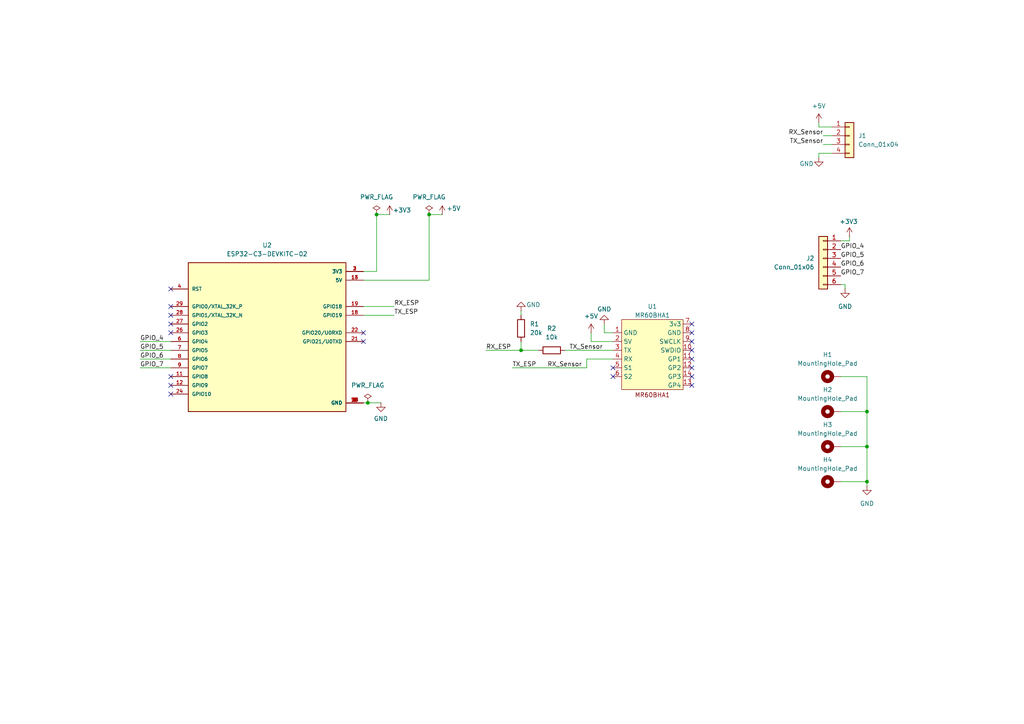
<source format=kicad_sch>
(kicad_sch (version 20231120) (generator "eeschema") (generator_version "8.0")
  (paper "A4")
  (title_block (title "Plano 1 Esquemático del Sistema") (date "2024-04-15") (rev "0.1.1.") (company "Departamento de Tecnología Electrónica. Universidad de Málaga.") (comment 1 "Carlos Madrid Espinosa") (comment 2 "integrado en un robot asistencial.") (comment 3 "Diseño de un sistema electrónico de evaluación biométrica no invasivo ") (comment 4 "ESP32C3 devkitC v2.0. - MR60BHA1"))
  (lib_symbols
    (symbol "Connector_Generic:Conn_01x04" (pin_names (offset 1.016) hide)
      (property "Reference" "J" (at 0 5.08 0))
      (property "Value" "Conn_01x04" (at 0 -7.62 0))
      (symbol "Conn_01x04_1_1"
        (rectangle (start -1.27 -4.953) (end 0 -5.207) (stroke (width 0.1524)))
        (rectangle (start -1.27 -2.413) (end 0 -2.667) (stroke (width 0.1524)))
        (rectangle (start -1.27 0.127) (end 0 -0.127) (stroke (width 0.1524)))
        (rectangle (start -1.27 2.667) (end 0 2.413) (stroke (width 0.1524)))
        (rectangle (start -1.27 3.81) (end 1.27 -6.35) (stroke (width 0.254)) (fill (type background)))
        (pin passive line (at -5.08 2.54 0) (length 3.81) (name "Pin_1") (number "1"))
        (pin passive line (at -5.08 0 0) (length 3.81) (name "Pin_2") (number "2"))
        (pin passive line (at -5.08 -2.54 0) (length 3.81) (name "Pin_3") (number "3"))
        (pin passive line (at -5.08 -5.08 0) (length 3.81) (name "Pin_4") (number "4"))
      )
    )
    (symbol "Connector_Generic:Conn_01x06" (pin_names (offset 1.016) hide)
      (property "Reference" "J" (at 0 7.62 0))
      (property "Value" "Conn_01x06" (at 0 -10.16 0))
      (symbol "Conn_01x06_1_1"
        (rectangle (start -1.27 -7.493) (end 0 -7.747) (stroke (width 0.1524)))
        (rectangle (start -1.27 -4.953) (end 0 -5.207) (stroke (width 0.1524)))
        (rectangle (start -1.27 -2.413) (end 0 -2.667) (stroke (width 0.1524)))
        (rectangle (start -1.27 0.127) (end 0 -0.127) (stroke (width 0.1524)))
        (rectangle (start -1.27 2.667) (end 0 2.413) (stroke (width 0.1524)))
        (rectangle (start -1.27 5.207) (end 0 4.953) (stroke (width 0.1524)))
        (rectangle (start -1.27 6.35) (end 1.27 -8.89) (stroke (width 0.254)) (fill (type background)))
        (pin passive line (at -5.08 5.08 0) (length 3.81) (name "Pin_1") (number "1"))
        (pin passive line (at -5.08 2.54 0) (length 3.81) (name "Pin_2") (number "2"))
        (pin passive line (at -5.08 0 0) (length 3.81) (name "Pin_3") (number "3"))
        (pin passive line (at -5.08 -2.54 0) (length 3.81) (name "Pin_4") (number "4"))
        (pin passive line (at -5.08 -5.08 0) (length 3.81) (name "Pin_5") (number "5"))
        (pin passive line (at -5.08 -7.62 0) (length 3.81) (name "Pin_6") (number "6"))
      )
    )
    (symbol "Device:R" (pin_numbers hide) (pin_names (offset 0))
      (property "Reference" "R" (at 2.032 0 90))
      (property "Value" "R" (at 0 0 90))
      (symbol "R_0_1"
        (rectangle (start -1.016 -2.54) (end 1.016 2.54) (stroke (width 0.254)))
      )
      (symbol "R_1_1"
        (pin passive line (at 0 3.81 270) (length 1.27) (name "~") (number "1"))
        (pin passive line (at 0 -3.81 90) (length 1.27) (name "~") (number "2"))
      )
    )
    (symbol "ESP32-C3-DEVKITC-02:ESP32-C3-DEVKITC-02" (pin_names (offset 1.016))
      (property "Reference" "U" (at -22.86 21.209 0))
      (property "Value" "ESP32-C3-DEVKITC-02" (at -22.86 -25.4 0))
      (symbol "ESP32-C3-DEVKITC-02_0_0"
        (rectangle (start -22.86 -22.86) (end 22.86 20.32) (stroke (width 0.254)) (fill (type background)))
        (pin power_in line (at 27.94 -20.32 180) (length 5.08) (name "GND") (number "1"))
        (pin power_in line (at 27.94 -20.32 180) (length 5.08) (name "GND") (number "10"))
        (pin bidirectional line (at -27.94 -12.7 0) (length 5.08) (name "GPIO8") (number "11"))
        (pin bidirectional line (at -27.94 -15.24 0) (length 5.08) (name "GPIO9") (number "12"))
        (pin power_in line (at 27.94 15.24 180) (length 5.08) (name "5V") (number "13"))
        (pin power_in line (at 27.94 15.24 180) (length 5.08) (name "5V") (number "14"))
        (pin power_in line (at 27.94 -20.32 180) (length 5.08) (name "GND") (number "15"))
        (pin power_in line (at 27.94 -20.32 180) (length 5.08) (name "GND") (number "16"))
        (pin power_in line (at 27.94 -20.32 180) (length 5.08) (name "GND") (number "17"))
        (pin bidirectional line (at 27.94 5.08 180) (length 5.08) (name "GPIO19") (number "18"))
        (pin bidirectional line (at 27.94 7.62 180) (length 5.08) (name "GPIO18") (number "19"))
        (pin power_in line (at 27.94 17.78 180) (length 5.08) (name "3V3") (number "2"))
        (pin power_in line (at 27.94 -20.32 180) (length 5.08) (name "GND") (number "20"))
        (pin bidirectional line (at 27.94 -2.54 180) (length 5.08) (name "GPIO21/U0TXD") (number "21"))
        (pin bidirectional line (at 27.94 0 180) (length 5.08) (name "GPIO20/U0RXD") (number "22"))
        (pin power_in line (at 27.94 -20.32 180) (length 5.08) (name "GND") (number "23"))
        (pin bidirectional line (at -27.94 -17.78 0) (length 5.08) (name "GPIO10") (number "24"))
        (pin power_in line (at 27.94 -20.32 180) (length 5.08) (name "GND") (number "25"))
        (pin bidirectional line (at -27.94 0 0) (length 5.08) (name "GPIO3") (number "26"))
        (pin bidirectional line (at -27.94 2.54 0) (length 5.08) (name "GPIO2") (number "27"))
        (pin bidirectional line (at -27.94 5.08 0) (length 5.08) (name "GPIO1/XTAL_32K_N") (number "28"))
        (pin bidirectional line (at -27.94 7.62 0) (length 5.08) (name "GPIO0/XTAL_32K_P") (number "29"))
        (pin power_in line (at 27.94 17.78 180) (length 5.08) (name "3V3") (number "3"))
        (pin power_in line (at 27.94 -20.32 180) (length 5.08) (name "GND") (number "30"))
        (pin input line (at -27.94 12.7 0) (length 5.08) (name "RST") (number "4"))
        (pin power_in line (at 27.94 -20.32 180) (length 5.08) (name "GND") (number "5"))
        (pin bidirectional line (at -27.94 -2.54 0) (length 5.08) (name "GPIO4") (number "6"))
        (pin bidirectional line (at -27.94 -5.08 0) (length 5.08) (name "GPIO5") (number "7"))
        (pin bidirectional line (at -27.94 -7.62 0) (length 5.08) (name "GPIO6") (number "8"))
        (pin bidirectional line (at -27.94 -10.16 0) (length 5.08) (name "GPIO7") (number "9"))
      )
    )
    (symbol "MR60BHA1:MR60BHA1"
      (property "Reference" "U" (at 0 11.43 0))
      (symbol "MR60BHA1_1_1"
        (rectangle (start -8.89 10.16) (end 8.89 -10.16) (fill (type background)))
        (text "MR60BHA1" (at 0 -11.684 0) (effects (font (size 1.27 1.27))))
        (pin power_in line (at -11.43 6.35 0) (length 2.54) (name "GND") (number "1"))
        (pin bidirectional line (at 11.43 1.27 180) (length 2.54) (name "SWDIO") (number "10"))
        (pin bidirectional line (at 11.43 -1.27 180) (length 2.54) (name "GP1") (number "11"))
        (pin bidirectional line (at 11.43 -3.81 180) (length 2.54) (name "GP2") (number "12"))
        (pin bidirectional line (at 11.43 -8.89 180) (length 2.54) (name "GP4") (number "13"))
        (pin bidirectional line (at 11.43 -6.35 180) (length 2.54) (name "GP3") (number "14"))
        (pin power_in line (at -11.43 3.81 0) (length 2.54) (name "5V") (number "2"))
        (pin output line (at -11.43 1.27 0) (length 2.54) (name "TX") (number "3"))
        (pin input line (at -11.43 -1.27 0) (length 2.54) (name "RX") (number "4"))
        (pin bidirectional line (at -11.43 -3.81 0) (length 2.54) (name "S1") (number "5"))
        (pin bidirectional line (at -11.43 -6.35 0) (length 2.54) (name "S2") (number "6"))
        (pin power_in line (at 11.43 8.89 180) (length 2.54) (name "3v3") (number "7"))
        (pin power_in line (at 11.43 6.35 180) (length 2.54) (name "GND") (number "8"))
        (pin bidirectional line (at 11.43 3.81 180) (length 2.54) (name "SWCLK") (number "9"))
      )
    )
    (symbol "Mechanical:MountingHole_Pad" (pin_numbers hide) (pin_names (offset 1.016) hide) (exclude_from_sim yes) (in_bom no)
      (property "Reference" "H" (at 0 6.35 0))
      (property "Value" "MountingHole_Pad" (at 0 4.445 0))
      (symbol "MountingHole_Pad_0_1"
        (circle (center 0 1.27) (radius 1.27) (stroke (width 1.27)))
      )
      (symbol "MountingHole_Pad_1_1"
        (pin input line (at 0 -2.54 90) (length 2.54) (name "1") (number "1"))
      )
    )
    (symbol "power:+3V3" (power) (pin_numbers hide) (pin_names (offset 0) hide)
      (property "Value" "+3V3" (at 0 3.556 0))
      (symbol "+3V3_0_1"
        (polyline (pts (xy -0.762 1.27) (xy 0 2.54)))
        (polyline (pts (xy 0 0) (xy 0 2.54)))
        (polyline (pts (xy 0 2.54) (xy 0.762 1.27)))
      )
      (symbol "+3V3_1_1"
        (pin power_in line (at 0 0 90) (length 0) (name "~") (number "1"))
      )
    )
    (symbol "power:+5V" (power) (pin_numbers hide) (pin_names (offset 0) hide)
      (property "Value" "+5V" (at 0 3.556 0))
      (symbol "+5V_0_1"
        (polyline (pts (xy -0.762 1.27) (xy 0 2.54)))
        (polyline (pts (xy 0 0) (xy 0 2.54)))
        (polyline (pts (xy 0 2.54) (xy 0.762 1.27)))
      )
      (symbol "+5V_1_1"
        (pin power_in line (at 0 0 90) (length 0) (name "~") (number "1"))
      )
    )
    (symbol "power:GND" (power) (pin_numbers hide) (pin_names (offset 0) hide)
      (property "Value" "GND" (at 0 -3.81 0))
      (symbol "GND_0_1"
        (polyline (pts (xy 0 0) (xy 0 -1.27) (xy 1.27 -1.27) (xy 0 -2.54) (xy -1.27 -1.27) (xy 0 -1.27)))
      )
      (symbol "GND_1_1"
        (pin power_in line (at 0 0 270) (length 0) (name "~") (number "1"))
      )
    )
    (symbol "power:PWR_FLAG" (power) (pin_numbers hide) (pin_names (offset 0) hide)
      (property "Value" "PWR_FLAG" (at 0 3.81 0))
      (symbol "PWR_FLAG_0_0"
        (pin power_out line (at 0 0 90) (length 0) (name "~") (number "1"))
      )
      (symbol "PWR_FLAG_0_1"
        (polyline (pts (xy 0 0) (xy 0 1.27) (xy -1.016 1.905) (xy 0 2.54) (xy 1.016 1.905) (xy 0 1.27)))
      )
    )
  )
  (junction (at 251.46 129.54))
  (junction (at 109.22 62.23))
  (junction (at 251.46 119.38))
  (junction (at 251.46 139.7))
  (junction (at 124.46 62.23))
  (junction (at 151.13 101.6))
  (junction (at 106.68 116.84))
  (no_connect (at 49.53 93.98))
  (no_connect (at 177.8 106.68))
  (no_connect (at 49.53 109.22))
  (no_connect (at 200.66 93.98))
  (no_connect (at 49.53 111.76))
  (no_connect (at 200.66 96.52))
  (no_connect (at 200.66 104.14))
  (no_connect (at 200.66 111.76))
  (no_connect (at 200.66 106.68))
  (no_connect (at 105.41 96.52))
  (no_connect (at 105.41 99.06))
  (no_connect (at 49.53 114.3))
  (no_connect (at 177.8 109.22))
  (no_connect (at 49.53 91.44))
  (no_connect (at 49.53 96.52))
  (no_connect (at 200.66 101.6))
  (no_connect (at 200.66 109.22))
  (no_connect (at 49.53 88.9))
  (no_connect (at 49.53 83.82))
  (no_connect (at 200.66 99.06))
  (wire (pts (xy 151.13 99.06) (xy 151.13 101.6)))
  (wire (pts (xy 251.46 129.54) (xy 251.46 139.7)))
  (wire (pts (xy 40.64 104.14) (xy 49.53 104.14)))
  (wire (pts (xy 40.64 101.6) (xy 49.53 101.6)))
  (wire (pts (xy 245.11 82.55) (xy 245.11 83.82)))
  (wire (pts (xy 124.46 62.23) (xy 128.27 62.23)))
  (wire (pts (xy 171.45 99.06) (xy 171.45 96.52)))
  (wire (pts (xy 243.84 129.54) (xy 251.46 129.54)))
  (wire (pts (xy 243.84 109.22) (xy 251.46 109.22)))
  (wire (pts (xy 237.49 44.45) (xy 237.49 45.72)))
  (wire (pts (xy 151.13 101.6) (xy 156.21 101.6)))
  (wire (pts (xy 40.64 106.68) (xy 49.53 106.68)))
  (wire (pts (xy 40.64 99.06) (xy 49.53 99.06)))
  (wire (pts (xy 140.97 101.6) (xy 151.13 101.6)))
  (wire (pts (xy 105.41 116.84) (xy 106.68 116.84)))
  (wire (pts (xy 246.38 68.58) (xy 246.38 69.85)))
  (wire (pts (xy 170.18 104.14) (xy 177.8 104.14)))
  (wire (pts (xy 175.26 96.52) (xy 175.26 93.98)))
  (wire (pts (xy 109.22 62.23) (xy 109.22 78.74)))
  (wire (pts (xy 243.84 69.85) (xy 246.38 69.85)))
  (wire (pts (xy 163.83 101.6) (xy 177.8 101.6)))
  (wire (pts (xy 151.13 90.17) (xy 151.13 91.44)))
  (wire (pts (xy 177.8 96.52) (xy 175.26 96.52)))
  (wire (pts (xy 106.68 116.84) (xy 110.49 116.84)))
  (wire (pts (xy 109.22 78.74) (xy 105.41 78.74)))
  (wire (pts (xy 241.3 44.45) (xy 237.49 44.45)))
  (wire (pts (xy 105.41 91.44) (xy 114.3 91.44)))
  (wire (pts (xy 148.59 106.68) (xy 170.18 106.68)))
  (wire (pts (xy 238.76 41.91) (xy 241.3 41.91)))
  (wire (pts (xy 237.49 35.56) (xy 237.49 36.83)))
  (wire (pts (xy 251.46 139.7) (xy 243.84 139.7)))
  (wire (pts (xy 243.84 119.38) (xy 251.46 119.38)))
  (wire (pts (xy 241.3 36.83) (xy 237.49 36.83)))
  (wire (pts (xy 251.46 139.7) (xy 251.46 140.97)))
  (wire (pts (xy 124.46 62.23) (xy 124.46 81.28)))
  (wire (pts (xy 105.41 88.9) (xy 114.3 88.9)))
  (wire (pts (xy 170.18 104.14) (xy 170.18 106.68)))
  (wire (pts (xy 238.76 39.37) (xy 241.3 39.37)))
  (wire (pts (xy 171.45 99.06) (xy 177.8 99.06)))
  (wire (pts (xy 105.41 81.28) (xy 124.46 81.28)))
  (wire (pts (xy 251.46 109.22) (xy 251.46 119.38)))
  (wire (pts (xy 243.84 82.55) (xy 245.11 82.55)))
  (wire (pts (xy 109.22 62.23) (xy 113.03 62.23)))
  (wire (pts (xy 251.46 119.38) (xy 251.46 129.54)))
  (label "GPIO_4" (at 243.84 72.39 0))
  (label "GPIO_5" (at 40.64 101.6 0))
  (label "TX_Sensor" (at 238.76 41.91 180))
  (label "GPIO_6" (at 40.64 104.14 0))
  (label "TX_ESP" (at 148.59 106.68 0))
  (label "GPIO_4" (at 40.64 99.06 0))
  (label "RX_ESP" (at 114.3 88.9 0))
  (label "RX_Sensor" (at 238.76 39.37 180))
  (label "TX_Sensor" (at 165.1 101.6 0))
  (label "TX_ESP" (at 114.3 91.44 0))
  (label "GPIO_6" (at 243.84 77.47 0))
  (label "RX_ESP" (at 140.97 101.6 0))
  (label "GPIO_7" (at 243.84 80.01 0))
  (label "GPIO_5" (at 243.84 74.93 0))
  (label "GPIO_7" (at 40.64 106.68 0))
  (label "RX_Sensor" (at 158.75 106.68 0))
  (symbol (lib_id "Mechanical:MountingHole_Pad") (at 241.3 119.38 90) (unit 1) (exclude_from_sim yes) (in_bom no)
    (property "Reference" "H2" (at 240.03 113.03 90))
    (property "Value" "MountingHole_Pad" (at 240.03 115.57 90))
    (property "Footprint" "MountingHole:MountingHole_2.2mm_M2_Pad_Via" (effects (hide yes)))
    (property "Description" "Mounting Hole with connection" (effects (hide yes)))
  )
  (symbol (lib_id "Mechanical:MountingHole_Pad") (at 241.3 129.54 90) (unit 1) (exclude_from_sim yes) (in_bom no)
    (property "Reference" "H3" (at 240.03 123.19 90))
    (property "Value" "MountingHole_Pad" (at 240.03 125.73 90))
    (property "Footprint" "MountingHole:MountingHole_2.2mm_M2_Pad_Via" (effects (hide yes)))
    (property "Description" "Mounting Hole with connection" (effects (hide yes)))
  )
  (symbol (lib_id "power:+5V") (at 128.27 62.23 0) (unit 1)
    (property "Reference" "#PWR04" (effects (hide yes)))
    (property "Value" "+5V" (at 131.572 60.452 0))
    (property "Description" "Power symbol creates a global label with name \"+5V\"" (effects (hide yes)))
  )
  (symbol (lib_id "power:GND") (at 245.11 83.82 0) (unit 1)
    (property "Reference" "#PWR010" (effects (hide yes)))
    (property "Value" "GND" (at 245.11 88.9 0))
    (property "Description" "Power symbol creates a global label with name \"GND\" , ground" (effects (hide yes)))
  )
  (symbol (lib_id "Connector_Generic:Conn_01x04") (at 246.38 39.37 0) (unit 1)
    (property "Reference" "J1" (at 248.92 39.3699 0) (effects (justify left)))
    (property "Value" "Conn_01x04" (at 248.92 41.9099 0) (effects (justify left)))
    (property "Footprint" "Connector_PinSocket_2.54mm:PinSocket_1x04_P2.54mm_Vertical" (effects (hide yes)))
    (property "Description" "Generic connector, single row, 01x04, script generated (kicad-library-utils/schlib/autogen/connector/)" (effects (hide yes)))
  )
  (symbol (lib_id "power:PWR_FLAG") (at 124.46 62.23 0) (unit 1)
    (property "Reference" "#FLG01" (effects (hide yes)))
    (property "Value" "PWR_FLAG" (at 124.46 57.15 0))
    (property "Description" "Special symbol for telling ERC where power comes from" (effects (hide yes)))
  )
  (symbol (lib_id "Connector_Generic:Conn_01x06") (at 238.76 74.93 0) (mirror y) (unit 1)
    (property "Reference" "J2" (at 236.22 74.9299 0) (effects (justify left)))
    (property "Value" "Conn_01x06" (at 236.22 77.4699 0) (effects (justify left)))
    (property "Footprint" "Connector_PinSocket_2.54mm:PinSocket_1x06_P2.54mm_Vertical" (effects (hide yes)))
    (property "Description" "Generic connector, single row, 01x06, script generated (kicad-library-utils/schlib/autogen/connector/)" (effects (hide yes)))
  )
  (symbol (lib_id "Mechanical:MountingHole_Pad") (at 241.3 109.22 90) (unit 1) (exclude_from_sim yes) (in_bom no)
    (property "Reference" "H1" (at 240.03 102.87 90))
    (property "Value" "MountingHole_Pad" (at 240.03 105.41 90))
    (property "Footprint" "MountingHole:MountingHole_2.2mm_M2_Pad_Via" (effects (hide yes)))
    (property "Description" "Mounting Hole with connection" (effects (hide yes)))
  )
  (symbol (lib_id "power:GND") (at 110.49 116.84 0) (unit 1)
    (property "Reference" "#PWR03" (effects (hide yes)))
    (property "Value" "GND" (at 112.522 121.412 0) (effects (justify right)))
    (property "Description" "Power symbol creates a global label with name \"GND\" , ground" (effects (hide yes)))
  )
  (symbol (lib_id "power:GND") (at 151.13 90.17 180) (unit 1)
    (property "Reference" "#PWR05" (effects (hide yes)))
    (property "Value" "GND" (at 154.686 88.392 0))
    (property "Description" "Power symbol creates a global label with name \"GND\" , ground" (effects (hide yes)))
  )
  (symbol (lib_id "power:+3V3") (at 113.03 62.23 0) (unit 1)
    (property "Reference" "#PWR09" (effects (hide yes)))
    (property "Value" "+3V3" (at 116.586 60.96 0))
    (property "Description" "Power symbol creates a global label with name \"+3V3\"" (effects (hide yes)))
  )
  (symbol (lib_id "ESP32-C3-DEVKITC-02:ESP32-C3-DEVKITC-02") (at 77.47 96.52 0) (unit 1)
    (property "Reference" "U2" (at 77.47 71.12 0))
    (property "Value" "ESP32-C3-DEVKITC-02" (at 77.47 73.66 0))
    (property "Footprint" "ESP32-C3-DEVKITC-02:XCVR_ESP32-C3-DEVKITC-02" (effects (hide yes)))
    (property "DigiKey_Part_Number" "1965-ESP32-C3-DEVKITC-02-ND" (effects (hide yes)))
    (property "SnapEDA_Link" "https://www.snapeda.com/parts/ESP32-C3-DevKitC-02/Espressif+Systems/view-part/?ref=snap" (effects (hide yes)))
    (property "Description_1" "\nDevelopment Boards & Kits - Wireless (Engineering Samples) ESP32-C3 General-Purpose Development Board, embeds ESP32-C3-WROOM-02, 4 MB Flash, with Pin Header\n" (effects (hide yes)))
    (property "Package" "None" (effects (hide yes)))
    (property "Check_prices" "https://www.snapeda.com/parts/ESP32-C3-DevKitC-02/Espressif+Systems/view-part/?ref=eda" (effects (hide yes)))
    (property "STANDARD" "Manufacturer Recommendations" (effects (hide yes)))
    (property "MF" "Espressif Systems" (effects (hide yes)))
    (property "MP" "ESP32-C3-DevKitC-02" (effects (hide yes)))
    (property "MANUFACTURER" "Espressif" (effects (hide yes)))
  )
  (symbol (lib_id "Device:R") (at 151.13 95.25 0) (unit 1)
    (property "Reference" "R1" (at 153.67 93.9799 0) (effects (justify left)))
    (property "Value" "20k" (at 153.67 96.5199 0) (effects (justify left)))
    (property "Footprint" "Resistor_SMD:R_0805_2012Metric_Pad1.20x1.40mm_HandSolder" (effects (hide yes)))
    (property "Description" "Resistor" (effects (hide yes)))
  )
  (symbol (lib_id "Device:R") (at 160.02 101.6 90) (unit 1)
    (property "Reference" "R2" (at 160.02 95.25 90))
    (property "Value" "10k" (at 160.02 97.79 90))
    (property "Footprint" "Resistor_SMD:R_0805_2012Metric_Pad1.20x1.40mm_HandSolder" (effects (hide yes)))
    (property "Description" "Resistor" (effects (hide yes)))
  )
  (symbol (lib_id "MR60BHA1:MR60BHA1") (at 189.23 102.87 0) (unit 1)
    (property "Reference" "U1" (at 189.23 88.9 0))
    (property "Value" "MR60BHA1" (at 189.23 91.44 0))
    (property "Footprint" "MR60BHA1_footprints:MR60BHA1_MALE2x3_THT" (effects (hide yes)))
  )
  (symbol (lib_id "power:PWR_FLAG") (at 106.68 116.84 0) (unit 1)
    (property "Reference" "#FLG02" (effects (hide yes)))
    (property "Value" "PWR_FLAG" (at 106.68 111.76 0))
    (property "Description" "Special symbol for telling ERC where power comes from" (effects (hide yes)))
  )
  (symbol (lib_id "Mechanical:MountingHole_Pad") (at 241.3 139.7 90) (unit 1) (exclude_from_sim yes) (in_bom no)
    (property "Reference" "H4" (at 240.03 133.35 90))
    (property "Value" "MountingHole_Pad" (at 240.03 135.89 90))
    (property "Footprint" "MountingHole:MountingHole_2.2mm_M2_Pad_Via" (effects (hide yes)))
    (property "Description" "Mounting Hole with connection" (effects (hide yes)))
  )
  (symbol (lib_id "power:+3V3") (at 246.38 68.58 0) (unit 1)
    (property "Reference" "#PWR011" (effects (hide yes)))
    (property "Value" "+3V3" (at 246.126 64.262 0))
    (property "Description" "Power symbol creates a global label with name \"+3V3\"" (effects (hide yes)))
  )
  (symbol (lib_id "power:+5V") (at 171.45 96.52 0) (unit 1)
    (property "Reference" "#PWR01" (effects (hide yes)))
    (property "Value" "+5V" (at 171.45 91.694 0))
    (property "Description" "Power symbol creates a global label with name \"+5V\"" (effects (hide yes)))
  )
  (symbol (lib_id "power:GND") (at 175.26 93.98 180) (unit 1)
    (property "Reference" "#PWR02" (effects (hide yes)))
    (property "Value" "GND" (at 175.26 89.662 0))
    (property "Description" "Power symbol creates a global label with name \"GND\" , ground" (effects (hide yes)))
  )
  (symbol (lib_id "power:GND") (at 251.46 140.97 0) (unit 1)
    (property "Reference" "#PWR06" (effects (hide yes)))
    (property "Value" "GND" (at 251.46 146.05 0))
    (property "Description" "Power symbol creates a global label with name \"GND\" , ground" (effects (hide yes)))
  )
  (symbol (lib_id "power:+5V") (at 237.49 35.56 0) (unit 1)
    (property "Reference" "#PWR08" (effects (hide yes)))
    (property "Value" "+5V" (at 237.49 30.734 0))
    (property "Description" "Power symbol creates a global label with name \"+5V\"" (effects (hide yes)))
  )
  (symbol (lib_id "power:PWR_FLAG") (at 109.22 62.23 0) (unit 1)
    (property "Reference" "#FLG03" (effects (hide yes)))
    (property "Value" "PWR_FLAG" (at 109.22 57.15 0))
    (property "Description" "Special symbol for telling ERC where power comes from" (effects (hide yes)))
  )
  (symbol (lib_id "power:GND") (at 237.49 45.72 0) (unit 1)
    (property "Reference" "#PWR07" (effects (hide yes)))
    (property "Value" "GND" (at 233.934 47.498 0))
    (property "Description" "Power symbol creates a global label with name \"GND\" , ground" (effects (hide yes)))
  )
)
</source>
